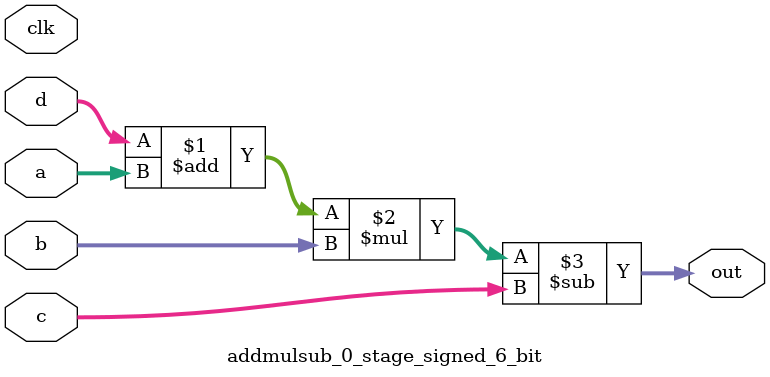
<source format=sv>
(* use_dsp = "yes" *) module addmulsub_0_stage_signed_6_bit(
	input signed [5:0] a,
	input signed [5:0] b,
	input signed [5:0] c,
	input signed [5:0] d,
	output [5:0] out,
	input clk);

	assign out = ((d + a) * b) - c;
endmodule

</source>
